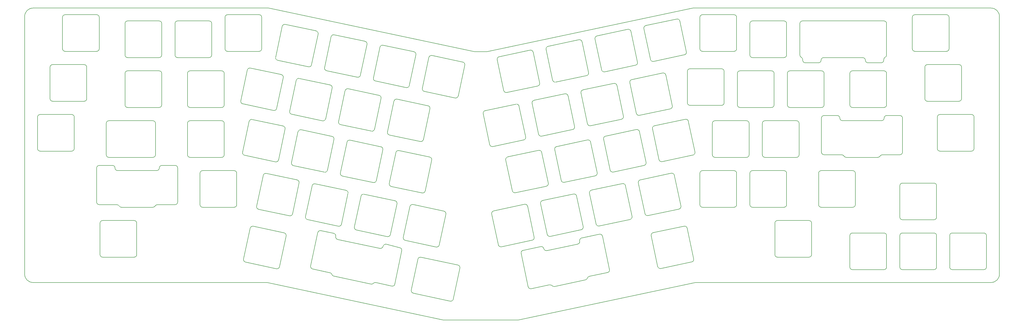
<source format=gbp>
G04 #@! TF.GenerationSoftware,KiCad,Pcbnew,6.0.2-378541a8eb~116~ubuntu21.10.1*
G04 #@! TF.CreationDate,2022-03-16T11:59:57+01:00*
G04 #@! TF.ProjectId,basketweave_plate,6261736b-6574-4776-9561-76655f706c61,rev?*
G04 #@! TF.SameCoordinates,Original*
G04 #@! TF.FileFunction,Paste,Bot*
G04 #@! TF.FilePolarity,Positive*
%FSLAX46Y46*%
G04 Gerber Fmt 4.6, Leading zero omitted, Abs format (unit mm)*
G04 Created by KiCad (PCBNEW 6.0.2-378541a8eb~116~ubuntu21.10.1) date 2022-03-16 11:59:57*
%MOMM*%
%LPD*%
G01*
G04 APERTURE LIST*
G04 #@! TA.AperFunction,Profile*
%ADD10C,0.200000*%
G04 #@! TD*
G04 APERTURE END LIST*
D10*
X243200858Y-127559435D02*
G75*
G03*
X242014800Y-126789200I-978146J-207911D01*
G01*
X245133475Y-141461414D02*
X238182808Y-142938824D01*
X245133475Y-141461415D02*
G75*
G03*
X245903711Y-140275354I-207911J978148D01*
G01*
X238182808Y-142938825D02*
G75*
G03*
X237439664Y-143607955I207913J-978148D01*
G01*
X242014800Y-126789200D02*
X235326226Y-128210900D01*
X214919907Y-146861165D02*
X212217055Y-134145246D01*
X236696518Y-144277086D02*
G75*
G03*
X237439663Y-143607955I-207913J978149D01*
G01*
X224007691Y-146463009D02*
G75*
G03*
X223056635Y-146153992I-743145J-669132D01*
G01*
X233785755Y-130583019D02*
G75*
G03*
X234555991Y-129396959I-207915J978150D01*
G01*
X224007691Y-146463009D02*
G75*
G03*
X224958747Y-146772026I743145J669132D01*
G01*
X212987291Y-132959187D02*
G75*
G03*
X212217055Y-134145246I207911J-978147D01*
G01*
X222047983Y-133077959D02*
X233785755Y-130583019D01*
X236696518Y-144277086D02*
X224958747Y-146772026D01*
X245903711Y-140275354D02*
X243200859Y-127559435D01*
X216105967Y-147631401D02*
X223056635Y-146153992D01*
X220861923Y-132307723D02*
G75*
G03*
X219675865Y-131537487I-978146J-207910D01*
G01*
X235326226Y-128210898D02*
G75*
G03*
X234555990Y-129396959I207911J-978148D01*
G01*
X214919906Y-146861165D02*
G75*
G03*
X216105967Y-147631401I978148J207911D01*
G01*
X219675865Y-131537487D02*
X212987291Y-132959187D01*
X220861924Y-132307723D02*
G75*
G03*
X222047983Y-133077959I978147J207911D01*
G01*
X319524504Y-60387507D02*
G75*
G03*
X320524504Y-61387507I1000000J0D01*
G01*
X351487500Y-58387506D02*
X351487500Y-46387500D01*
X318437500Y-58387500D02*
G75*
G03*
X318981000Y-59277223I1000000J0D01*
G01*
X343400517Y-60387507D02*
G75*
G03*
X344400517Y-61387507I1000000J0D01*
G01*
X350944000Y-59277229D02*
G75*
G03*
X350400500Y-60166952I456500J-889723D01*
G01*
X350944000Y-59277229D02*
G75*
G03*
X351487500Y-58387506I-456500J889723D01*
G01*
X350482515Y-45387499D02*
X319432509Y-45387499D01*
X349400520Y-61387508D02*
G75*
G03*
X350400521Y-60387507I0J1000001D01*
G01*
X344400517Y-61387508D02*
X349400520Y-61387508D01*
X319437500Y-45387500D02*
G75*
G03*
X318437500Y-46387500I0J-1000000D01*
G01*
X325524507Y-61387508D02*
G75*
G03*
X326524508Y-60387507I0J1000001D01*
G01*
X351487500Y-46387500D02*
G75*
G03*
X350487499Y-45387499I-1000001J0D01*
G01*
X320524504Y-61387508D02*
X325524507Y-61387508D01*
X350400500Y-60166952D02*
X350400521Y-60387507D01*
X343400517Y-60387507D02*
G75*
G03*
X342400516Y-59387506I-1000001J0D01*
G01*
X319524500Y-60166946D02*
G75*
G03*
X318981000Y-59277223I-1000000J0D01*
G01*
X327524508Y-59387507D02*
X342400516Y-59387507D01*
X327524508Y-59387507D02*
G75*
G03*
X326524508Y-60387507I0J-1000000D01*
G01*
X313387500Y-46387500D02*
G75*
G03*
X312387500Y-45387500I-1000000J0D01*
G01*
X318437500Y-46387500D02*
X318437500Y-58387500D01*
X319524500Y-60166946D02*
X319524504Y-60387507D01*
X28927500Y-81106250D02*
G75*
G03*
X27927500Y-82106250I0J-1000000D01*
G01*
X27927500Y-94106250D02*
G75*
G03*
X28927500Y-95106250I1000000J0D01*
G01*
X28927500Y-81106250D02*
X40927500Y-81106250D01*
X40927500Y-95106250D02*
X28927500Y-95106250D01*
X40927500Y-95106250D02*
G75*
G03*
X41927500Y-94106250I0J1000000D01*
G01*
X41927500Y-82106250D02*
X41927500Y-94106250D01*
X41927500Y-82106250D02*
G75*
G03*
X40927500Y-81106250I-1000000J0D01*
G01*
X27927500Y-94106250D02*
X27927500Y-82106250D01*
X46687500Y-63056250D02*
G75*
G03*
X45687500Y-62056250I-1000000J0D01*
G01*
X32687500Y-75056250D02*
G75*
G03*
X33687500Y-76056250I1000000J0D01*
G01*
X45687500Y-76056250D02*
X33687500Y-76056250D01*
X32687500Y-75056250D02*
X32687500Y-63056250D01*
X46687500Y-63056250D02*
X46687500Y-75056250D01*
X33687500Y-62056250D02*
G75*
G03*
X32687500Y-63056250I0J-1000000D01*
G01*
X45687500Y-76056250D02*
G75*
G03*
X46687500Y-75056250I0J1000000D01*
G01*
X33687500Y-62056250D02*
X45687500Y-62056250D01*
X380062500Y-63056250D02*
X380062500Y-75056250D01*
X379062500Y-76056250D02*
G75*
G03*
X380062500Y-75056250I0J1000000D01*
G01*
X379062500Y-76056250D02*
X367062500Y-76056250D01*
X380062500Y-63056250D02*
G75*
G03*
X379062500Y-62056250I-1000000J0D01*
G01*
X367062500Y-62056250D02*
G75*
G03*
X366062500Y-63056250I0J-1000000D01*
G01*
X367062500Y-62056250D02*
X379062500Y-62056250D01*
X366062500Y-75056250D02*
G75*
G03*
X367062500Y-76056250I1000000J0D01*
G01*
X366062500Y-75056250D02*
X366062500Y-63056250D01*
X174042718Y-135612290D02*
X188110514Y-138588750D01*
X262550733Y-126213914D02*
X274308691Y-123729750D01*
X264275437Y-139137745D02*
X261780497Y-127399974D01*
X185199748Y-152366756D02*
X171131956Y-149306356D01*
X140103936Y-142180198D02*
G75*
G03*
X139360791Y-141511067I-951057J-309017D01*
G01*
X174042718Y-135612290D02*
G75*
G03*
X172856659Y-136382527I-207911J-978148D01*
G01*
X188880750Y-139774810D02*
X186385808Y-151596520D01*
X277219454Y-137423814D02*
X265461496Y-139907981D01*
X170361720Y-148120298D02*
X172856660Y-136382527D01*
X170361720Y-148120298D02*
G75*
G03*
X171131956Y-149306356I978147J-207911D01*
G01*
X277219454Y-137423814D02*
G75*
G03*
X277989690Y-136237756I-207911J978147D01*
G01*
X275494750Y-124499985D02*
X277989690Y-136237756D01*
X262550733Y-126213914D02*
G75*
G03*
X261780496Y-127399973I207911J-978148D01*
G01*
X185199748Y-152366756D02*
G75*
G03*
X186385808Y-151596520I207912J978148D01*
G01*
X264275437Y-139137745D02*
G75*
G03*
X265461497Y-139907981I978148J207912D01*
G01*
X275494750Y-124499985D02*
G75*
G03*
X274308691Y-123729750I-978147J-207912D01*
G01*
X188880750Y-139774810D02*
G75*
G03*
X188110514Y-138588750I-978148J207912D01*
G01*
X140103937Y-142180198D02*
G75*
G03*
X140847080Y-142849327I951054J309017D01*
G01*
X162929690Y-146631666D02*
G75*
G03*
X164115750Y-145861430I207912J978148D01*
G01*
X141581031Y-127670225D02*
G75*
G03*
X140810796Y-126484166I-978147J207912D01*
G01*
X132031146Y-138930762D02*
G75*
G03*
X132801383Y-140116821I978148J-207911D01*
G01*
X162929690Y-146631666D02*
X156899964Y-145234235D01*
X158426191Y-132203179D02*
G75*
G03*
X159612251Y-131432943I207912J978148D01*
G01*
X140810795Y-126484165D02*
X135920057Y-125444607D01*
X156899964Y-145234235D02*
G75*
G03*
X155948909Y-145543252I-207911J-978146D01*
G01*
X132801382Y-140116821D02*
X139360791Y-141511067D01*
X154997851Y-145852269D02*
G75*
G03*
X155948908Y-145543252I207912J978148D01*
G01*
X166730965Y-133145511D02*
G75*
G03*
X165960728Y-131959452I-978148J207911D01*
G01*
X154997851Y-145852269D02*
X140847080Y-142849328D01*
X132031146Y-138930762D02*
X134733998Y-126214843D01*
X165960728Y-131959452D02*
X160798310Y-130662706D01*
X135920057Y-125444607D02*
G75*
G03*
X134733998Y-126214844I-207911J-978148D01*
G01*
X142351267Y-128856284D02*
X158426191Y-132203179D01*
X164115750Y-145861430D02*
X166730965Y-133145511D01*
X141581031Y-127670225D02*
G75*
G03*
X142351268Y-128856284I978148J-207911D01*
G01*
X160798310Y-130662706D02*
G75*
G03*
X159612250Y-131432942I-207912J-978148D01*
G01*
X167334796Y-128001317D02*
G75*
G03*
X168105032Y-129187375I978147J-207911D01*
G01*
X333680250Y-82487500D02*
G75*
G03*
X334680250Y-83487500I1000000J0D01*
G01*
X80331250Y-115537500D02*
X73625301Y-115537501D01*
X57455250Y-101537500D02*
G75*
G03*
X56455250Y-100537500I-1000000J0D01*
G01*
X57455250Y-101537500D02*
G75*
G03*
X58455250Y-102537500I1000000J0D01*
G01*
X56455250Y-100537500D02*
X51455250Y-100537500D01*
X332680250Y-81487500D02*
X327680250Y-81487500D01*
X51455250Y-100537500D02*
G75*
G03*
X50455250Y-101537500I0J-1000000D01*
G01*
X326680250Y-95487500D02*
G75*
G03*
X327680250Y-96487500I1000000J0D01*
G01*
X50455250Y-114537500D02*
X50455250Y-101537500D01*
X80331250Y-100537500D02*
X75331250Y-100537500D01*
X351556250Y-81487500D02*
G75*
G03*
X350556250Y-82487500I0J-1000000D01*
G01*
X81331250Y-101537500D02*
G75*
G03*
X80331250Y-100537500I-1000000J0D01*
G01*
X81331250Y-114537500D02*
X81331250Y-101537500D01*
X73625301Y-115537501D02*
G75*
G03*
X72759276Y-116037501I0J-1000000D01*
G01*
X333680250Y-82487500D02*
G75*
G03*
X332680250Y-81487500I-1000000J0D01*
G01*
X59027225Y-116037501D02*
G75*
G03*
X59893250Y-116537501I866025J500000D01*
G01*
X73331250Y-102537501D02*
G75*
G03*
X74331251Y-101537500I0J1000001D01*
G01*
X327680250Y-96487500D02*
X334386200Y-96487501D01*
X71893250Y-116537501D02*
G75*
G03*
X72759275Y-116037501I0J1000000D01*
G01*
X357556250Y-95487500D02*
X357556250Y-82487500D01*
X59027225Y-116037501D02*
G75*
G03*
X58161200Y-115537501I-866025J-500000D01*
G01*
X80331250Y-115537500D02*
G75*
G03*
X81331250Y-114537500I0J1000000D01*
G01*
X75331250Y-100537500D02*
G75*
G03*
X74331250Y-101537500I0J-1000000D01*
G01*
X50455250Y-114537500D02*
G75*
G03*
X51455250Y-115537500I1000000J0D01*
G01*
X51455250Y-115537500D02*
X58161200Y-115537501D01*
X168432815Y-70830285D02*
G75*
G03*
X169618875Y-70060049I207912J978148D01*
G01*
X174558521Y-71110002D02*
G75*
G03*
X175328757Y-72296060I978147J-207911D01*
G01*
X172113816Y-58322278D02*
X169618874Y-70060048D01*
X172113816Y-58322278D02*
G75*
G03*
X171343580Y-57136218I-978148J207912D01*
G01*
X174558521Y-71110002D02*
X177053461Y-59372231D01*
X168432815Y-70830285D02*
X156695045Y-68335343D01*
X155924809Y-67149285D02*
X158419749Y-55411514D01*
X178239519Y-58601994D02*
G75*
G03*
X177053460Y-59372231I-207911J-978148D01*
G01*
X178239519Y-58601994D02*
X189977291Y-61096935D01*
X190747528Y-62282995D02*
X188252586Y-74020765D01*
X161280947Y-87763355D02*
X163775887Y-76025584D01*
X155924809Y-67149285D02*
G75*
G03*
X156695045Y-68335343I978147J-207911D01*
G01*
X187066527Y-74791002D02*
G75*
G03*
X188252587Y-74020766I207912J978148D01*
G01*
X190747528Y-62282995D02*
G75*
G03*
X189977292Y-61096935I-978148J207912D01*
G01*
X173788953Y-91444355D02*
X162051183Y-88949413D01*
X164961945Y-75255347D02*
X176699717Y-77750288D01*
X164961945Y-75255347D02*
G75*
G03*
X163775886Y-76025584I-207911J-978148D01*
G01*
X173788953Y-91444355D02*
G75*
G03*
X174975013Y-90674119I207912J978148D01*
G01*
X159605807Y-54641277D02*
X171343579Y-57136218D01*
X159605807Y-54641277D02*
G75*
G03*
X158419748Y-55411514I-207911J-978148D01*
G01*
X187066527Y-74791002D02*
X175328757Y-72296060D01*
X137291097Y-63188567D02*
G75*
G03*
X138061333Y-64374625I978147J-207911D01*
G01*
X153480104Y-54361560D02*
X150985162Y-66099330D01*
X131165392Y-62908849D02*
X119427622Y-60413907D01*
X118657386Y-59227849D02*
G75*
G03*
X119427622Y-60413907I978147J-207911D01*
G01*
X140972095Y-50680559D02*
X152709867Y-53175500D01*
X149799103Y-66869567D02*
X138061333Y-64374625D01*
X149799103Y-66869567D02*
G75*
G03*
X150985163Y-66099331I207912J978148D01*
G01*
X134846393Y-50400842D02*
G75*
G03*
X134076157Y-49214782I-978148J207912D01*
G01*
X137291097Y-63188567D02*
X139786037Y-51450796D01*
X122338384Y-46719841D02*
X134076156Y-49214782D01*
X140972095Y-50680559D02*
G75*
G03*
X139786036Y-51450796I-207911J-978148D01*
G01*
X153480104Y-54361560D02*
G75*
G03*
X152709868Y-53175500I-978148J207912D01*
G01*
X122338384Y-46719841D02*
G75*
G03*
X121152325Y-47490078I-207911J-978148D01*
G01*
X131165392Y-62908849D02*
G75*
G03*
X132351452Y-62138613I207912J978148D01*
G01*
X118657386Y-59227849D02*
X121152326Y-47490078D01*
X134846393Y-50400842D02*
X132351451Y-62138612D01*
X237511709Y-84654339D02*
G75*
G03*
X238697769Y-85424575I978148J207912D01*
G01*
X259776855Y-47155720D02*
G75*
G03*
X259006618Y-48341779I207911J-978148D01*
G01*
X242867848Y-64040268D02*
X240372908Y-52302497D01*
X217153294Y-75691226D02*
X228891065Y-73196286D01*
X235787005Y-71730508D02*
G75*
G03*
X235016768Y-72916567I207911J-978148D01*
G01*
X222509432Y-55077155D02*
X234247203Y-52582215D01*
X222509432Y-55077155D02*
G75*
G03*
X221739195Y-56263214I207911J-978148D01*
G01*
X259776855Y-47155720D02*
X271514626Y-44660780D01*
X218524254Y-70236999D02*
X206786483Y-72731940D01*
X205600424Y-71961704D02*
G75*
G03*
X206786484Y-72731940I978148J207912D01*
G01*
X255791678Y-62315563D02*
X244053907Y-64810504D01*
X256145421Y-80693621D02*
X253650481Y-68955850D01*
X224234136Y-68000986D02*
G75*
G03*
X225420196Y-68771222I978148J207912D01*
G01*
X216799550Y-57313169D02*
X219294490Y-69050940D01*
X274425389Y-58354846D02*
G75*
G03*
X275195625Y-57168788I-207911J978147D01*
G01*
X217153294Y-75691226D02*
G75*
G03*
X216383057Y-76877285I207911J-978148D01*
G01*
X261501559Y-60079551D02*
X259006619Y-48341780D01*
X256145421Y-80693621D02*
G75*
G03*
X257331481Y-81463857I978148J207912D01*
G01*
X254066974Y-49391733D02*
X256561914Y-61129504D01*
X218524254Y-70236999D02*
G75*
G03*
X219294490Y-69050941I-207911J978147D01*
G01*
X261501559Y-60079551D02*
G75*
G03*
X262687619Y-60849787I978148J207912D01*
G01*
X394493750Y-43656250D02*
G75*
G03*
X391318750Y-40481250I-3175000J0D01*
G01*
X26193750Y-40481250D02*
G75*
G03*
X23018750Y-43656250I0J-3175000D01*
G01*
X182562500Y-159543750D02*
X211137500Y-159543750D01*
X248710835Y-70005804D02*
X251205775Y-81743575D01*
X200244286Y-92575774D02*
G75*
G03*
X201430346Y-93346010I978148J207912D01*
G01*
X213168116Y-90851069D02*
X201430345Y-93346010D01*
X242867848Y-64040268D02*
G75*
G03*
X244053908Y-64810504I978148J207912D01*
G01*
X231801828Y-86890352D02*
X220064057Y-89385293D01*
X216799550Y-57313169D02*
G75*
G03*
X215613491Y-56542934I-978147J-207912D01*
G01*
X235433262Y-53352451D02*
G75*
G03*
X234247203Y-52582216I-978147J-207912D01*
G01*
X218877998Y-88615057D02*
X216383058Y-76877286D01*
X198519582Y-79651943D02*
G75*
G03*
X197749345Y-80838002I207911J-978148D01*
G01*
X267344547Y-66045086D02*
G75*
G03*
X266158488Y-65274851I-978147J-207912D01*
G01*
X198519582Y-79651943D02*
X210257353Y-77157003D01*
X211443412Y-77927239D02*
X213938352Y-89665010D01*
X231801828Y-86890352D02*
G75*
G03*
X232572064Y-85704294I-207911J978147D01*
G01*
X211443412Y-77927239D02*
G75*
G03*
X210257353Y-77157004I-978147J-207912D01*
G01*
X200244286Y-92575774D02*
X197749346Y-80838003D01*
X272700685Y-45431016D02*
X275195625Y-57168787D01*
X272700685Y-45431016D02*
G75*
G03*
X271514626Y-44660781I-978147J-207912D01*
G01*
X230077124Y-73966522D02*
X232572064Y-85704293D01*
X213168116Y-90851069D02*
G75*
G03*
X213938352Y-89665011I-207911J978147D01*
G01*
X241143144Y-51116437D02*
X252880915Y-48621497D01*
X255791678Y-62315563D02*
G75*
G03*
X256561914Y-61129505I-207911J978147D01*
G01*
X241143144Y-51116437D02*
G75*
G03*
X240372907Y-52302496I207911J-978148D01*
G01*
X250435539Y-82929634D02*
G75*
G03*
X251205775Y-81743576I-207911J978147D01*
G01*
X237157966Y-66276281D02*
G75*
G03*
X237928202Y-65090223I-207911J978147D01*
G01*
X224234136Y-68000986D02*
X221739196Y-56263215D01*
X203875720Y-59037873D02*
X215613491Y-56542933D01*
X218877998Y-88615057D02*
G75*
G03*
X220064058Y-89385293I978148J207912D01*
G01*
X250435539Y-82929634D02*
X238697768Y-85424575D01*
X235433262Y-53352451D02*
X237928202Y-65090222D01*
X203875720Y-59037873D02*
G75*
G03*
X203105483Y-60223932I207911J-978148D01*
G01*
X237157966Y-66276281D02*
X225420195Y-68771222D01*
X205600424Y-71961704D02*
X203105484Y-60223933D01*
X391318750Y-145256250D02*
X278606250Y-145256250D01*
X391318750Y-145256250D02*
G75*
G03*
X394493750Y-142081250I0J3175000D01*
G01*
X274425389Y-58354846D02*
X262687618Y-60849787D01*
X230077124Y-73966522D02*
G75*
G03*
X228891065Y-73196287I-978147J-207912D01*
G01*
X237511709Y-84654339D02*
X235016769Y-72916568D01*
X235787005Y-71730508D02*
X247524776Y-69235568D01*
X254066974Y-49391733D02*
G75*
G03*
X252880915Y-48621498I-978147J-207912D01*
G01*
X248710835Y-70005804D02*
G75*
G03*
X247524776Y-69235569I-978147J-207912D01*
G01*
X357537500Y-126350000D02*
X369537500Y-126350000D01*
X389537500Y-127350000D02*
G75*
G03*
X388537500Y-126350000I-1000000J0D01*
G01*
X369537500Y-140350000D02*
G75*
G03*
X370537500Y-139350000I0J1000000D01*
G01*
X26193750Y-145256250D02*
X115443000Y-145256250D01*
X391318750Y-40481250D02*
X277812500Y-40481250D01*
X356537500Y-139350000D02*
G75*
G03*
X357537500Y-140350000I1000000J0D01*
G01*
X370537500Y-127350000D02*
G75*
G03*
X369537500Y-126350000I-1000000J0D01*
G01*
X370537500Y-127350000D02*
X370537500Y-139350000D01*
X199231250Y-57150000D02*
X194468750Y-57150000D01*
X357537500Y-126350000D02*
G75*
G03*
X356537500Y-127350000I0J-1000000D01*
G01*
X23018750Y-43656250D02*
X23018750Y-142081250D01*
X388537500Y-140350000D02*
X376537500Y-140350000D01*
X369537500Y-140350000D02*
X357537500Y-140350000D01*
X388537500Y-140350000D02*
G75*
G03*
X389537500Y-139350000I0J1000000D01*
G01*
X351487500Y-127350000D02*
G75*
G03*
X350487500Y-126350000I-1000000J0D01*
G01*
X278606250Y-145256250D02*
X211137500Y-159543750D01*
X115443000Y-145256250D02*
X182562500Y-159543750D01*
X277812500Y-40481250D02*
X199231250Y-57150000D01*
X23018750Y-142081250D02*
G75*
G03*
X26193750Y-145256250I3175000J0D01*
G01*
X115887500Y-40481250D02*
X194468750Y-57150000D01*
X376537500Y-126350000D02*
X388537500Y-126350000D01*
X26193750Y-40481250D02*
X115887500Y-40481250D01*
X375537500Y-139350000D02*
X375537500Y-127350000D01*
X375537500Y-139350000D02*
G75*
G03*
X376537500Y-140350000I1000000J0D01*
G01*
X394493750Y-43656250D02*
X394493750Y-142081250D01*
X389537500Y-127350000D02*
X389537500Y-139350000D01*
X376537500Y-126350000D02*
G75*
G03*
X375537500Y-127350000I0J-1000000D01*
G01*
X356537500Y-139350000D02*
X356537500Y-127350000D01*
X178167665Y-98560239D02*
G75*
G03*
X177397429Y-97374179I-978148J207912D01*
G01*
X161978658Y-107387246D02*
G75*
G03*
X162748894Y-108573304I978147J-207911D01*
G01*
X148701084Y-124040599D02*
G75*
G03*
X149471320Y-125226657I978147J-207911D01*
G01*
X174486664Y-111068246D02*
G75*
G03*
X175672724Y-110298010I207912J978148D01*
G01*
X161209090Y-127721599D02*
X149471320Y-125226657D01*
X115114658Y-103611156D02*
X126852430Y-106106097D01*
X123941666Y-119800164D02*
G75*
G03*
X125127726Y-119029928I207912J978148D01*
G01*
X159533953Y-94599522D02*
X157039011Y-106337292D01*
X110140495Y-123797677D02*
G75*
G03*
X108954436Y-124567914I-207911J-978148D01*
G01*
X118967503Y-139986685D02*
G75*
G03*
X120153563Y-139216449I207912J978148D01*
G01*
X122648504Y-127478678D02*
G75*
G03*
X121878268Y-126292618I-978148J207912D01*
G01*
X123941666Y-119800164D02*
X112203896Y-117305222D01*
X161209090Y-127721599D02*
G75*
G03*
X162395150Y-126951363I207912J978148D01*
G01*
X122648504Y-127478678D02*
X120153562Y-139216448D01*
X106459497Y-136305685D02*
G75*
G03*
X107229733Y-137491743I978147J-207911D01*
G01*
X110140495Y-123797677D02*
X121878267Y-126292618D01*
X115114658Y-103611156D02*
G75*
G03*
X113928599Y-104381393I-207911J-978148D01*
G01*
X159533953Y-94599522D02*
G75*
G03*
X158763717Y-93413462I-978148J207912D01*
G01*
X161978658Y-107387246D02*
X164473598Y-95649475D01*
X127622667Y-107292157D02*
X125127725Y-119029927D01*
X106459497Y-136305685D02*
X108954437Y-124567914D01*
X171015794Y-115493309D02*
X182753566Y-117988250D01*
X152382082Y-111532591D02*
X164119854Y-114027532D01*
X143344946Y-103426529D02*
G75*
G03*
X144115182Y-104612587I978147J-207911D01*
G01*
X147025944Y-90918521D02*
G75*
G03*
X145839885Y-91688758I-207911J-978148D01*
G01*
X133748370Y-107571874D02*
X145486142Y-110066815D01*
X146256379Y-111252875D02*
G75*
G03*
X145486143Y-110066815I-978148J207912D01*
G01*
X152382082Y-111532591D02*
G75*
G03*
X151196023Y-112302828I-207911J-978148D01*
G01*
X164890091Y-115213592D02*
X162395149Y-126951362D01*
X142575378Y-123760882D02*
X130837608Y-121265940D01*
X130067372Y-120079882D02*
X132562312Y-108342111D01*
X148701084Y-124040599D02*
X151196024Y-112302828D01*
X142575378Y-123760882D02*
G75*
G03*
X143761438Y-122990646I207912J978148D01*
G01*
X165659656Y-94879238D02*
G75*
G03*
X164473597Y-95649475I-207911J-978148D01*
G01*
X133748370Y-107571874D02*
G75*
G03*
X132562311Y-108342111I-207911J-978148D01*
G01*
X130067372Y-120079882D02*
G75*
G03*
X130837608Y-121265940I978147J-207911D01*
G01*
X146256379Y-111252875D02*
X143761437Y-122990645D01*
X165659656Y-94879238D02*
X177397428Y-97374179D01*
X164890091Y-115213592D02*
G75*
G03*
X164119855Y-114027532I-978148J207912D01*
G01*
X111433660Y-116119164D02*
X113928600Y-104381393D01*
X127622667Y-107292157D02*
G75*
G03*
X126852431Y-106106097I-978148J207912D01*
G01*
X111433660Y-116119164D02*
G75*
G03*
X112203896Y-117305222I978147J-207911D01*
G01*
X118967503Y-139986685D02*
X107229733Y-137491743D01*
X155852952Y-107107529D02*
G75*
G03*
X157039012Y-106337293I207912J978148D01*
G01*
X174486664Y-111068246D02*
X162748894Y-108573304D01*
X178167665Y-98560239D02*
X175672723Y-110298009D01*
X121568819Y-67054195D02*
G75*
G03*
X120798583Y-65868135I-978148J207912D01*
G01*
X140202531Y-71014913D02*
G75*
G03*
X139432295Y-69828853I-978148J207912D01*
G01*
X140202531Y-71014913D02*
X137707589Y-82752683D01*
X128392232Y-86957803D02*
G75*
G03*
X127206173Y-87728040I-207911J-978148D01*
G01*
X140900241Y-90638804D02*
G75*
G03*
X140130005Y-89452744I-978148J207912D01*
G01*
X124711234Y-99465811D02*
G75*
G03*
X125481470Y-100651869I978147J-207911D01*
G01*
X140900241Y-90638804D02*
X138405299Y-102376574D01*
X147025944Y-90918521D02*
X158763716Y-93413462D01*
X117887818Y-79562202D02*
G75*
G03*
X119073878Y-78791966I207912J978148D01*
G01*
X127694522Y-67333912D02*
G75*
G03*
X126508463Y-68104149I-207911J-978148D01*
G01*
X124013524Y-79841920D02*
X126508464Y-68104149D01*
X118585528Y-99186093D02*
X106847758Y-96691151D01*
X124711234Y-99465811D02*
X127206174Y-87728040D01*
X155852952Y-107107529D02*
X144115182Y-104612587D01*
X143344946Y-103426529D02*
X145839886Y-91688758D01*
X142647236Y-83802637D02*
G75*
G03*
X143417472Y-84988695I978147J-207911D01*
G01*
X109758520Y-82997085D02*
X121496292Y-85492026D01*
X136521530Y-83522920D02*
X124783760Y-81027978D01*
X177469954Y-78936348D02*
G75*
G03*
X176699718Y-77750288I-978148J207912D01*
G01*
X177469954Y-78936348D02*
X174975012Y-90674118D01*
X155155242Y-87483637D02*
X143417472Y-84988695D01*
X146328234Y-71294629D02*
G75*
G03*
X145142175Y-72064866I-207911J-978148D01*
G01*
X105379812Y-75881202D02*
G75*
G03*
X106150048Y-77067260I978147J-207911D01*
G01*
X106077522Y-95505093D02*
X108572462Y-83767322D01*
X127694522Y-67333912D02*
X139432294Y-69828853D01*
X109758520Y-82997085D02*
G75*
G03*
X108572461Y-83767322I-207911J-978148D01*
G01*
X106077522Y-95505093D02*
G75*
G03*
X106847758Y-96691151I978147J-207911D01*
G01*
X155155242Y-87483637D02*
G75*
G03*
X156341302Y-86713401I207912J978148D01*
G01*
X105379812Y-75881202D02*
X107874752Y-64143431D01*
X142647236Y-83802637D02*
X145142176Y-72064866D01*
X117887818Y-79562202D02*
X106150048Y-77067260D01*
X121568819Y-67054195D02*
X119073877Y-78791965D01*
X122266529Y-86678086D02*
G75*
G03*
X121496293Y-85492026I-978148J207912D01*
G01*
X158836243Y-74975630D02*
X156341301Y-86713400D01*
X136521530Y-83522920D02*
G75*
G03*
X137707590Y-82752684I207912J978148D01*
G01*
X109060810Y-63373194D02*
X120798582Y-65868135D01*
X122266529Y-86678086D02*
X119771587Y-98415856D01*
X128392232Y-86957803D02*
X140130004Y-89452744D01*
X137219240Y-103146811D02*
X125481470Y-100651869D01*
X137219240Y-103146811D02*
G75*
G03*
X138405300Y-102376575I207912J978148D01*
G01*
X158836243Y-74975630D02*
G75*
G03*
X158066007Y-73789570I-978148J207912D01*
G01*
X146328234Y-71294629D02*
X158066006Y-73789570D01*
X118585528Y-99186093D02*
G75*
G03*
X119771588Y-98415857I207912J978148D01*
G01*
X124013524Y-79841920D02*
G75*
G03*
X124783760Y-81027978I978147J-207911D01*
G01*
X161280947Y-87763355D02*
G75*
G03*
X162051183Y-88949413I978147J-207911D01*
G01*
X109060810Y-63373194D02*
G75*
G03*
X107874751Y-64143431I-207911J-978148D01*
G01*
X216431123Y-129108672D02*
X204693352Y-131603613D01*
X259054685Y-100573166D02*
G75*
G03*
X259824921Y-99387108I-207911J978147D01*
G01*
X264764567Y-98337154D02*
G75*
G03*
X265950627Y-99107390I978148J207912D01*
G01*
X264764567Y-98337154D02*
X262269627Y-86599383D01*
X246130855Y-102297871D02*
G75*
G03*
X247316915Y-103068107I978148J207912D01*
G01*
X222141005Y-126872660D02*
X219646065Y-115134889D01*
X225772439Y-93334758D02*
G75*
G03*
X225002202Y-94520817I207911J-978148D01*
G01*
X221787262Y-108494602D02*
G75*
G03*
X222557498Y-107308544I-207911J978147D01*
G01*
X208863432Y-110219307D02*
G75*
G03*
X210049492Y-110989543I978148J207912D01*
G01*
X220062558Y-95570772D02*
G75*
G03*
X218876499Y-94800537I-978147J-207912D01*
G01*
X277688397Y-96612449D02*
G75*
G03*
X278458633Y-95426391I-207911J978147D01*
G01*
X275963693Y-83688619D02*
X278458633Y-95426390D01*
X244406151Y-89374040D02*
G75*
G03*
X243635914Y-90560099I207911J-978148D01*
G01*
X225772439Y-93334758D02*
X237510210Y-90839818D01*
X220062558Y-95570772D02*
X222557498Y-107308543D01*
X208863432Y-110219307D02*
X206368492Y-98481536D01*
X254420717Y-67769790D02*
X266158488Y-65274850D01*
X267344547Y-66045086D02*
X269839487Y-77782857D01*
X263039863Y-85413323D02*
X274777634Y-82918383D01*
X240420973Y-104533884D02*
X228683202Y-107028825D01*
X238696269Y-91610054D02*
G75*
G03*
X237510210Y-90839819I-978147J-207912D01*
G01*
X257329981Y-87649336D02*
G75*
G03*
X256143922Y-86879101I-978147J-207912D01*
G01*
X238696269Y-91610054D02*
X241191209Y-103347825D01*
X240420973Y-104533884D02*
G75*
G03*
X241191209Y-103347826I-207911J978147D01*
G01*
X207138728Y-97295476D02*
X218876499Y-94800536D01*
X277688397Y-96612449D02*
X265950626Y-99107390D01*
X269069251Y-78968916D02*
X257331480Y-81463857D01*
X269069251Y-78968916D02*
G75*
G03*
X269839487Y-77782858I-207911J978147D01*
G01*
X257329981Y-87649336D02*
X259824921Y-99387107D01*
X254420717Y-67769790D02*
G75*
G03*
X253650480Y-68955849I207911J-978148D01*
G01*
X244406151Y-89374040D02*
X256143922Y-86879100D01*
X203507293Y-130833377D02*
G75*
G03*
X204693353Y-131603613I978148J207912D01*
G01*
X214706419Y-116184842D02*
G75*
G03*
X213520360Y-115414607I-978147J-207912D01*
G01*
X246130855Y-102297871D02*
X243635915Y-90560100D01*
X203507293Y-130833377D02*
X201012353Y-119095606D01*
X263039863Y-85413323D02*
G75*
G03*
X262269626Y-86599382I207911J-978148D01*
G01*
X216431123Y-129108672D02*
G75*
G03*
X217201359Y-127922614I-207911J978147D01*
G01*
X259054685Y-100573166D02*
X247316914Y-103068107D01*
X227497143Y-106258589D02*
G75*
G03*
X228683203Y-107028825I978148J207912D01*
G01*
X201782589Y-117909546D02*
X213520360Y-115414606D01*
X227497143Y-106258589D02*
X225002203Y-94520818D01*
X214706419Y-116184842D02*
X217201359Y-127922613D01*
X221787262Y-108494602D02*
X210049491Y-110989543D01*
X207138728Y-97295476D02*
G75*
G03*
X206368491Y-98481535I207911J-978148D01*
G01*
X275963693Y-83688619D02*
G75*
G03*
X274777634Y-82918384I-978147J-207912D01*
G01*
X201782589Y-117909546D02*
G75*
G03*
X201012352Y-119095605I207911J-978148D01*
G01*
X383825000Y-95106250D02*
X371825000Y-95106250D01*
X374300000Y-57006250D02*
X362300000Y-57006250D01*
X38450000Y-43006250D02*
X50450000Y-43006250D01*
X50450000Y-57006250D02*
G75*
G03*
X51450000Y-56006250I0J1000000D01*
G01*
X74262500Y-59387500D02*
G75*
G03*
X75262500Y-58387500I0J1000000D01*
G01*
X38450000Y-43006250D02*
G75*
G03*
X37450000Y-44006250I0J-1000000D01*
G01*
X374300000Y-57006250D02*
G75*
G03*
X375300000Y-56006250I0J1000000D01*
G01*
X361300000Y-56006250D02*
G75*
G03*
X362300000Y-57006250I1000000J0D01*
G01*
X362300000Y-43006250D02*
G75*
G03*
X361300000Y-44006250I0J-1000000D01*
G01*
X375300000Y-44006250D02*
X375300000Y-56006250D01*
X362300000Y-43006250D02*
X374300000Y-43006250D01*
X361300000Y-56006250D02*
X361300000Y-44006250D01*
X74262500Y-59387500D02*
X62262500Y-59387500D01*
X61262500Y-58387500D02*
G75*
G03*
X62262500Y-59387500I1000000J0D01*
G01*
X371825000Y-81106250D02*
X383825000Y-81106250D01*
X371825000Y-81106250D02*
G75*
G03*
X370825000Y-82106250I0J-1000000D01*
G01*
X384825000Y-82106250D02*
G75*
G03*
X383825000Y-81106250I-1000000J0D01*
G01*
X51450000Y-44006250D02*
X51450000Y-56006250D01*
X37450000Y-56006250D02*
X37450000Y-44006250D01*
X50450000Y-57006250D02*
X38450000Y-57006250D01*
X37450000Y-56006250D02*
G75*
G03*
X38450000Y-57006250I1000000J0D01*
G01*
X375300000Y-44006250D02*
G75*
G03*
X374300000Y-43006250I-1000000J0D01*
G01*
X51450000Y-44006250D02*
G75*
G03*
X50450000Y-43006250I-1000000J0D01*
G01*
X383825000Y-95106250D02*
G75*
G03*
X384825000Y-94106250I0J1000000D01*
G01*
X384825000Y-82106250D02*
X384825000Y-94106250D01*
X370825000Y-94106250D02*
X370825000Y-82106250D01*
X370825000Y-94106250D02*
G75*
G03*
X371825000Y-95106250I1000000J0D01*
G01*
X233340131Y-112224125D02*
G75*
G03*
X232154072Y-111453890I-978147J-207912D01*
G01*
X251973843Y-108263407D02*
G75*
G03*
X250787784Y-107493172I-978147J-207912D01*
G01*
X171015794Y-115493309D02*
G75*
G03*
X169829735Y-116263546I-207911J-978148D01*
G01*
X259408429Y-118951224D02*
X256913489Y-107213453D01*
X183523803Y-119174310D02*
X181028861Y-130912080D01*
X179842802Y-131682317D02*
G75*
G03*
X181028862Y-130912081I207912J978148D01*
G01*
X257683725Y-106027393D02*
X269421496Y-103532453D01*
X270607555Y-104302689D02*
X273102495Y-116040460D01*
X257683725Y-106027393D02*
G75*
G03*
X256913488Y-107213452I207911J-978148D01*
G01*
X253698547Y-121187237D02*
X241960776Y-123682178D01*
X251973843Y-108263407D02*
X254468783Y-120001178D01*
X272332259Y-117226519D02*
X260594488Y-119721460D01*
X253698547Y-121187237D02*
G75*
G03*
X254468783Y-120001179I-207911J978147D01*
G01*
X240774717Y-122911942D02*
G75*
G03*
X241960777Y-123682178I978148J207912D01*
G01*
X183523803Y-119174310D02*
G75*
G03*
X182753567Y-117988250I-978148J207912D01*
G01*
X270607555Y-104302689D02*
G75*
G03*
X269421496Y-103532454I-978147J-207912D01*
G01*
X167334796Y-128001317D02*
X169829736Y-116263546D01*
X272332259Y-117226519D02*
G75*
G03*
X273102495Y-116040461I-207911J978147D01*
G01*
X259408429Y-118951224D02*
G75*
G03*
X260594489Y-119721460I978148J207912D01*
G01*
X239050013Y-109988111D02*
G75*
G03*
X238279776Y-111174170I207911J-978148D01*
G01*
X240774717Y-122911942D02*
X238279777Y-111174171D01*
X179842802Y-131682317D02*
X168105032Y-129187375D01*
X239050013Y-109988111D02*
X250787784Y-107493171D01*
X235064835Y-125147955D02*
X223327064Y-127642896D01*
X220416301Y-113948829D02*
X232154072Y-111453889D01*
X233340131Y-112224125D02*
X235835071Y-123961896D01*
X235064835Y-125147955D02*
G75*
G03*
X235835071Y-123961897I-207911J978147D01*
G01*
X220416301Y-113948829D02*
G75*
G03*
X219646064Y-115134888I207911J-978148D01*
G01*
X222141005Y-126872660D02*
G75*
G03*
X223327065Y-127642896I978148J207912D01*
G01*
X294337500Y-44006250D02*
G75*
G03*
X293337500Y-43006250I-1000000J0D01*
G01*
X102837500Y-116537500D02*
X90837500Y-116537500D01*
X102837500Y-116537500D02*
G75*
G03*
X103837500Y-115537500I0J1000000D01*
G01*
X86075000Y-83487500D02*
G75*
G03*
X85075000Y-84487500I0J-1000000D01*
G01*
X89837500Y-115537500D02*
G75*
G03*
X90837500Y-116537500I1000000J0D01*
G01*
X98075000Y-97487500D02*
X86075000Y-97487500D01*
X100362500Y-43006250D02*
G75*
G03*
X99362500Y-44006250I0J-1000000D01*
G01*
X337487500Y-77437500D02*
G75*
G03*
X338487500Y-78437500I1000000J0D01*
G01*
X299387500Y-58387500D02*
G75*
G03*
X300387500Y-59387500I1000000J0D01*
G01*
X99075000Y-65437500D02*
X99075000Y-77437500D01*
X85075000Y-96487500D02*
X85075000Y-84487500D01*
X100362500Y-43006250D02*
X112362500Y-43006250D01*
X90837500Y-102537500D02*
G75*
G03*
X89837500Y-103537500I0J-1000000D01*
G01*
X90837500Y-102537500D02*
X102837500Y-102537500D01*
X94312500Y-46387500D02*
X94312500Y-58387500D01*
X81312500Y-45387500D02*
G75*
G03*
X80312500Y-46387500I0J-1000000D01*
G01*
X350487500Y-78437500D02*
X338487500Y-78437500D01*
X98075000Y-78437500D02*
G75*
G03*
X99075000Y-77437500I0J1000000D01*
G01*
X99075000Y-65437500D02*
G75*
G03*
X98075000Y-64437500I-1000000J0D01*
G01*
X113362500Y-44006250D02*
X113362500Y-56006250D01*
X98075000Y-97487500D02*
G75*
G03*
X99075000Y-96487500I0J1000000D01*
G01*
X86075000Y-64437500D02*
X98075000Y-64437500D01*
X94312500Y-46387500D02*
G75*
G03*
X93312500Y-45387500I-1000000J0D01*
G01*
X103837500Y-103537500D02*
X103837500Y-115537500D01*
X86075000Y-64437500D02*
G75*
G03*
X85075000Y-65437500I0J-1000000D01*
G01*
X312387500Y-59387500D02*
X300387500Y-59387500D01*
X80312500Y-58387500D02*
X80312500Y-46387500D01*
X300387500Y-45387500D02*
G75*
G03*
X299387500Y-46387500I0J-1000000D01*
G01*
X93312500Y-59387500D02*
X81312500Y-59387500D01*
X93312500Y-59387500D02*
G75*
G03*
X94312500Y-58387500I0J1000000D01*
G01*
X65737500Y-122587500D02*
G75*
G03*
X64737500Y-121587500I-1000000J0D01*
G01*
X112362500Y-57006250D02*
X100362500Y-57006250D01*
X300387500Y-45387500D02*
X312387500Y-45387500D01*
X103837500Y-103537500D02*
G75*
G03*
X102837500Y-102537500I-1000000J0D01*
G01*
X80312500Y-58387500D02*
G75*
G03*
X81312500Y-59387500I1000000J0D01*
G01*
X52737500Y-121587500D02*
X64737500Y-121587500D01*
X299387500Y-58387500D02*
X299387500Y-46387500D01*
X86075000Y-83487500D02*
X98075000Y-83487500D01*
X85075000Y-96487500D02*
G75*
G03*
X86075000Y-97487500I1000000J0D01*
G01*
X350487500Y-78437500D02*
G75*
G03*
X351487500Y-77437500I0J1000000D01*
G01*
X99075000Y-84487500D02*
X99075000Y-96487500D01*
X293337500Y-57006250D02*
X281337500Y-57006250D01*
X338487500Y-64437500D02*
G75*
G03*
X337487500Y-65437500I0J-1000000D01*
G01*
X293337500Y-57006250D02*
G75*
G03*
X294337500Y-56006250I0J1000000D01*
G01*
X98075000Y-78437500D02*
X86075000Y-78437500D01*
X280337500Y-56006250D02*
G75*
G03*
X281337500Y-57006250I1000000J0D01*
G01*
X89837500Y-115537500D02*
X89837500Y-103537500D01*
X85075000Y-77437500D02*
G75*
G03*
X86075000Y-78437500I1000000J0D01*
G01*
X99075000Y-84487500D02*
G75*
G03*
X98075000Y-83487500I-1000000J0D01*
G01*
X313387500Y-46387500D02*
X313387500Y-58387500D01*
X281337500Y-43006250D02*
G75*
G03*
X280337500Y-44006250I0J-1000000D01*
G01*
X113362500Y-44006250D02*
G75*
G03*
X112362500Y-43006250I-1000000J0D01*
G01*
X294337500Y-44006250D02*
X294337500Y-56006250D01*
X85075000Y-77437500D02*
X85075000Y-65437500D01*
X99362500Y-56006250D02*
X99362500Y-44006250D01*
X281337500Y-43006250D02*
X293337500Y-43006250D01*
X112362500Y-57006250D02*
G75*
G03*
X113362500Y-56006250I0J1000000D01*
G01*
X99362500Y-56006250D02*
G75*
G03*
X100362500Y-57006250I1000000J0D01*
G01*
X81312500Y-45387500D02*
X93312500Y-45387500D01*
X65737500Y-122587500D02*
X65737500Y-134587500D01*
X337487500Y-77437500D02*
X337487500Y-65437500D01*
X312387500Y-59387500D02*
G75*
G03*
X313387500Y-58387500I0J1000000D01*
G01*
X280337500Y-56006250D02*
X280337500Y-44006250D01*
X64737500Y-135587500D02*
G75*
G03*
X65737500Y-134587500I0J1000000D01*
G01*
X64737500Y-135587500D02*
X52737500Y-135587500D01*
X51737500Y-134587500D02*
G75*
G03*
X52737500Y-135587500I1000000J0D01*
G01*
X58455250Y-102537500D02*
X73331250Y-102537501D01*
X54118750Y-96487500D02*
X54118750Y-84487500D01*
X72881250Y-84487500D02*
G75*
G03*
X71881250Y-83487500I-1000000J0D01*
G01*
X74262500Y-78437500D02*
X62262500Y-78437500D01*
X74262500Y-78437500D02*
G75*
G03*
X75262500Y-77437500I0J1000000D01*
G01*
X61262500Y-77437500D02*
G75*
G03*
X62262500Y-78437500I1000000J0D01*
G01*
X75262500Y-46387500D02*
X75262500Y-58387500D01*
X52737500Y-121587500D02*
G75*
G03*
X51737500Y-122587500I0J-1000000D01*
G01*
X55118750Y-83487500D02*
X71881250Y-83487500D01*
X75262500Y-46387500D02*
G75*
G03*
X74262500Y-45387500I-1000000J0D01*
G01*
X62262500Y-45387500D02*
X74262500Y-45387500D01*
X62262500Y-45387500D02*
G75*
G03*
X61262500Y-46387500I0J-1000000D01*
G01*
X61262500Y-58387500D02*
X61262500Y-46387500D01*
X71893250Y-116537501D02*
X59893250Y-116537501D01*
X54118750Y-96487500D02*
G75*
G03*
X55118750Y-97487500I1000000J0D01*
G01*
X61262500Y-77437500D02*
X61262500Y-65437500D01*
X71881250Y-97487500D02*
G75*
G03*
X72881250Y-96487500I0J1000000D01*
G01*
X51737500Y-134587500D02*
X51737500Y-122587500D01*
X72881250Y-84487500D02*
X72881250Y-96487500D01*
X71881250Y-97487500D02*
X55118750Y-97487500D01*
X75262500Y-65437500D02*
G75*
G03*
X74262500Y-64437500I-1000000J0D01*
G01*
X75262500Y-65437500D02*
X75262500Y-77437500D01*
X55118750Y-83487500D02*
G75*
G03*
X54118750Y-84487500I0J-1000000D01*
G01*
X62262500Y-64437500D02*
X74262500Y-64437500D01*
X62262500Y-64437500D02*
G75*
G03*
X61262500Y-65437500I0J-1000000D01*
G01*
X350487500Y-140350000D02*
X338487500Y-140350000D01*
X322912500Y-122587500D02*
X322912500Y-134587500D01*
X293337500Y-116537500D02*
G75*
G03*
X294337500Y-115537500I0J1000000D01*
G01*
X357537500Y-107300000D02*
G75*
G03*
X356537500Y-108300000I0J-1000000D01*
G01*
X325581250Y-115537500D02*
X325581250Y-103537500D01*
X338581250Y-116537500D02*
X326581250Y-116537500D01*
X308912500Y-134587500D02*
X308912500Y-122587500D01*
X338487500Y-126350000D02*
X350487500Y-126350000D01*
X348118250Y-97487501D02*
X336118250Y-97487501D01*
X321912500Y-135587500D02*
X309912500Y-135587500D01*
X281337500Y-102537500D02*
X293337500Y-102537500D01*
X325581250Y-115537500D02*
G75*
G03*
X326581250Y-116537500I1000000J0D01*
G01*
X299387500Y-115537500D02*
X299387500Y-103537500D01*
X356537500Y-120300000D02*
X356537500Y-108300000D01*
X339581250Y-103537500D02*
X339581250Y-115537500D01*
X350487500Y-140350000D02*
G75*
G03*
X351487500Y-139350000I0J1000000D01*
G01*
X280337500Y-115537500D02*
X280337500Y-103537500D01*
X370537500Y-108300000D02*
X370537500Y-120300000D01*
X322912500Y-122587500D02*
G75*
G03*
X321912500Y-121587500I-1000000J0D01*
G01*
X313387500Y-103537500D02*
X313387500Y-115537500D01*
X357537500Y-107300000D02*
X369537500Y-107300000D01*
X337487500Y-139350000D02*
G75*
G03*
X338487500Y-140350000I1000000J0D01*
G01*
X356537500Y-120300000D02*
G75*
G03*
X357537500Y-121300000I1000000J0D01*
G01*
X326581250Y-102537500D02*
X338581250Y-102537500D01*
X294337500Y-103537500D02*
X294337500Y-115537500D01*
X338581250Y-116537500D02*
G75*
G03*
X339581250Y-115537500I0J1000000D01*
G01*
X334680250Y-83487500D02*
X349556250Y-83487501D01*
X338487500Y-126350000D02*
G75*
G03*
X337487500Y-127350000I0J-1000000D01*
G01*
X337487500Y-139350000D02*
X337487500Y-127350000D01*
X351487500Y-127350000D02*
X351487500Y-139350000D01*
X321912500Y-135587500D02*
G75*
G03*
X322912500Y-134587500I0J1000000D01*
G01*
X293337500Y-116537500D02*
X281337500Y-116537500D01*
X318150000Y-84487500D02*
G75*
G03*
X317150000Y-83487500I-1000000J0D01*
G01*
X318150000Y-84487500D02*
X318150000Y-96487500D01*
X312387500Y-116537500D02*
G75*
G03*
X313387500Y-115537500I0J1000000D01*
G01*
X370537500Y-108300000D02*
G75*
G03*
X369537500Y-107300000I-1000000J0D01*
G01*
X305150000Y-83487500D02*
G75*
G03*
X304150000Y-84487500I0J-1000000D01*
G01*
X309912500Y-121587500D02*
G75*
G03*
X308912500Y-122587500I0J-1000000D01*
G01*
X308912500Y-134587500D02*
G75*
G03*
X309912500Y-135587500I1000000J0D01*
G01*
X339581250Y-103537500D02*
G75*
G03*
X338581250Y-102537500I-1000000J0D01*
G01*
X304150000Y-96487500D02*
X304150000Y-84487500D01*
X281337500Y-102537500D02*
G75*
G03*
X280337500Y-103537500I0J-1000000D01*
G01*
X299387500Y-115537500D02*
G75*
G03*
X300387500Y-116537500I1000000J0D01*
G01*
X369537500Y-121300000D02*
X357537500Y-121300000D01*
X369537500Y-121300000D02*
G75*
G03*
X370537500Y-120300000I0J1000000D01*
G01*
X313387500Y-103537500D02*
G75*
G03*
X312387500Y-102537500I-1000000J0D01*
G01*
X309912500Y-121587500D02*
X321912500Y-121587500D01*
X300387500Y-102537500D02*
G75*
G03*
X299387500Y-103537500I0J-1000000D01*
G01*
X312387500Y-116537500D02*
X300387500Y-116537500D01*
X326581250Y-102537500D02*
G75*
G03*
X325581250Y-103537500I0J-1000000D01*
G01*
X280337500Y-115537500D02*
G75*
G03*
X281337500Y-116537500I1000000J0D01*
G01*
X294337500Y-103537500D02*
G75*
G03*
X293337500Y-102537500I-1000000J0D01*
G01*
X300387500Y-102537500D02*
X312387500Y-102537500D01*
X305150000Y-83487500D02*
X317150000Y-83487500D01*
X317150000Y-97487500D02*
X305150000Y-97487500D01*
X317150000Y-97487500D02*
G75*
G03*
X318150000Y-96487500I0J1000000D01*
G01*
X304150000Y-96487500D02*
G75*
G03*
X305150000Y-97487500I1000000J0D01*
G01*
X299100000Y-84487500D02*
G75*
G03*
X298100000Y-83487500I-1000000J0D01*
G01*
X299100000Y-84487500D02*
X299100000Y-96487500D01*
X286100000Y-83487500D02*
X298100000Y-83487500D01*
X286100000Y-83487500D02*
G75*
G03*
X285100000Y-84487500I0J-1000000D01*
G01*
X285100000Y-96487500D02*
X285100000Y-84487500D01*
X298100000Y-97487500D02*
X286100000Y-97487500D01*
X298100000Y-97487500D02*
G75*
G03*
X299100000Y-96487500I0J1000000D01*
G01*
X276575000Y-63643750D02*
X288575000Y-63643750D01*
X285100000Y-96487500D02*
G75*
G03*
X286100000Y-97487500I1000000J0D01*
G01*
X288575000Y-77643750D02*
G75*
G03*
X289575000Y-76643750I0J1000000D01*
G01*
X288575000Y-77643750D02*
X276575000Y-77643750D01*
X308625000Y-65437500D02*
G75*
G03*
X307625000Y-64437500I-1000000J0D01*
G01*
X308625000Y-65437500D02*
X308625000Y-77437500D01*
X289575000Y-64643750D02*
G75*
G03*
X288575000Y-63643750I-1000000J0D01*
G01*
X295625000Y-64437500D02*
G75*
G03*
X294625000Y-65437500I0J-1000000D01*
G01*
X327675000Y-65437500D02*
G75*
G03*
X326675000Y-64437500I-1000000J0D01*
G01*
X314675000Y-64437500D02*
X326675000Y-64437500D01*
X313675000Y-77437500D02*
X313675000Y-65437500D01*
X326675000Y-78437500D02*
X314675000Y-78437500D01*
X313675000Y-77437500D02*
G75*
G03*
X314675000Y-78437500I1000000J0D01*
G01*
X276575000Y-63643750D02*
G75*
G03*
X275575000Y-64643750I0J-1000000D01*
G01*
X294625000Y-77437500D02*
G75*
G03*
X295625000Y-78437500I1000000J0D01*
G01*
X351487500Y-65437500D02*
G75*
G03*
X350487500Y-64437500I-1000000J0D01*
G01*
X314675000Y-64437500D02*
G75*
G03*
X313675000Y-65437500I0J-1000000D01*
G01*
X275575000Y-76643750D02*
G75*
G03*
X276575000Y-77643750I1000000J0D01*
G01*
X295625000Y-64437500D02*
X307625000Y-64437500D01*
X351487500Y-65437500D02*
X351487500Y-77437500D01*
X338487500Y-64437500D02*
X350487500Y-64437500D01*
X289575000Y-64643750D02*
X289575000Y-76643750D01*
X275575000Y-76643750D02*
X275575000Y-64643750D01*
X326675000Y-78437500D02*
G75*
G03*
X327675000Y-77437500I0J1000000D01*
G01*
X307625000Y-78437500D02*
X295625000Y-78437500D01*
X307625000Y-78437500D02*
G75*
G03*
X308625000Y-77437500I0J1000000D01*
G01*
X327675000Y-65437500D02*
X327675000Y-77437500D01*
X294625000Y-77437500D02*
X294625000Y-65437500D01*
X327680250Y-81487500D02*
G75*
G03*
X326680250Y-82487500I0J-1000000D01*
G01*
X335252225Y-96987501D02*
G75*
G03*
X336118250Y-97487501I866025J500000D01*
G01*
X349556250Y-83487501D02*
G75*
G03*
X350556251Y-82487500I0J1000001D01*
G01*
X335252225Y-96987501D02*
G75*
G03*
X334386200Y-96487501I-866025J-500000D01*
G01*
X348118250Y-97487501D02*
G75*
G03*
X348984275Y-96987501I0J1000000D01*
G01*
X326680250Y-95487500D02*
X326680250Y-82487500D01*
X356556250Y-81487500D02*
X351556250Y-81487500D01*
X349850301Y-96487501D02*
G75*
G03*
X348984276Y-96987501I0J-1000000D01*
G01*
X356556250Y-96487500D02*
G75*
G03*
X357556250Y-95487500I0J1000000D01*
G01*
X356556250Y-96487500D02*
X349850301Y-96487501D01*
X357556250Y-82487500D02*
G75*
G03*
X356556250Y-81487500I-1000000J0D01*
G01*
M02*

</source>
